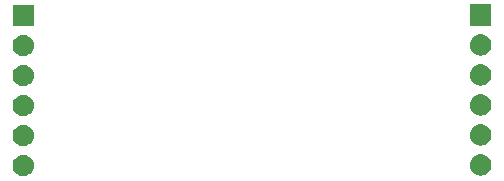
<source format=gbr>
G04 #@! TF.GenerationSoftware,KiCad,Pcbnew,(5.0.1)-3*
G04 #@! TF.CreationDate,2019-09-21T13:45:32-04:00*
G04 #@! TF.ProjectId,BMS Board Rev2,424D5320426F61726420526576322E6B,rev?*
G04 #@! TF.SameCoordinates,Original*
G04 #@! TF.FileFunction,Soldermask,Bot*
G04 #@! TF.FilePolarity,Negative*
%FSLAX46Y46*%
G04 Gerber Fmt 4.6, Leading zero omitted, Abs format (unit mm)*
G04 Created by KiCad (PCBNEW (5.0.1)-3) date 9/21/2019 1:45:32 PM*
%MOMM*%
%LPD*%
G01*
G04 APERTURE LIST*
%ADD10C,0.100000*%
G04 APERTURE END LIST*
D10*
G36*
X64005444Y-55540520D02*
X64071628Y-55547038D01*
X64184854Y-55581385D01*
X64241468Y-55598558D01*
X64310060Y-55635222D01*
X64397992Y-55682223D01*
X64433730Y-55711553D01*
X64535187Y-55794815D01*
X64609206Y-55885009D01*
X64647779Y-55932010D01*
X64647780Y-55932012D01*
X64731444Y-56088534D01*
X64731444Y-56088535D01*
X64782964Y-56258374D01*
X64800360Y-56435001D01*
X64782964Y-56611628D01*
X64748617Y-56724854D01*
X64731444Y-56781468D01*
X64672903Y-56890989D01*
X64647779Y-56937992D01*
X64618449Y-56973730D01*
X64535187Y-57075187D01*
X64433730Y-57158449D01*
X64397992Y-57187779D01*
X64397990Y-57187780D01*
X64241468Y-57271444D01*
X64184854Y-57288617D01*
X64071628Y-57322964D01*
X64005444Y-57329482D01*
X63939261Y-57336001D01*
X63850741Y-57336001D01*
X63784558Y-57329482D01*
X63718374Y-57322964D01*
X63605148Y-57288617D01*
X63548534Y-57271444D01*
X63392012Y-57187780D01*
X63392010Y-57187779D01*
X63356272Y-57158449D01*
X63254815Y-57075187D01*
X63171553Y-56973730D01*
X63142223Y-56937992D01*
X63117099Y-56890989D01*
X63058558Y-56781468D01*
X63041385Y-56724854D01*
X63007038Y-56611628D01*
X62989642Y-56435001D01*
X63007038Y-56258374D01*
X63058558Y-56088535D01*
X63058558Y-56088534D01*
X63142222Y-55932012D01*
X63142223Y-55932010D01*
X63180796Y-55885009D01*
X63254815Y-55794815D01*
X63356272Y-55711553D01*
X63392010Y-55682223D01*
X63479942Y-55635222D01*
X63548534Y-55598558D01*
X63605148Y-55581385D01*
X63718374Y-55547038D01*
X63784558Y-55540520D01*
X63850741Y-55534001D01*
X63939261Y-55534001D01*
X64005444Y-55540520D01*
X64005444Y-55540520D01*
G37*
G36*
X102726442Y-55493518D02*
X102792627Y-55500037D01*
X102905853Y-55534384D01*
X102962467Y-55551557D01*
X103050398Y-55598558D01*
X103118991Y-55635222D01*
X103154729Y-55664552D01*
X103256186Y-55747814D01*
X103339448Y-55849271D01*
X103368778Y-55885009D01*
X103368779Y-55885011D01*
X103452443Y-56041533D01*
X103452443Y-56041534D01*
X103503963Y-56211373D01*
X103521359Y-56388000D01*
X103503963Y-56564627D01*
X103489706Y-56611626D01*
X103452443Y-56734467D01*
X103427320Y-56781468D01*
X103368778Y-56890991D01*
X103339448Y-56926729D01*
X103256186Y-57028186D01*
X103154729Y-57111448D01*
X103118991Y-57140778D01*
X103118989Y-57140779D01*
X102962467Y-57224443D01*
X102905853Y-57241616D01*
X102792627Y-57275963D01*
X102726443Y-57282481D01*
X102660260Y-57289000D01*
X102571740Y-57289000D01*
X102505557Y-57282481D01*
X102439373Y-57275963D01*
X102326147Y-57241616D01*
X102269533Y-57224443D01*
X102113011Y-57140779D01*
X102113009Y-57140778D01*
X102077271Y-57111448D01*
X101975814Y-57028186D01*
X101892552Y-56926729D01*
X101863222Y-56890991D01*
X101804680Y-56781468D01*
X101779557Y-56734467D01*
X101742294Y-56611626D01*
X101728037Y-56564627D01*
X101710641Y-56388000D01*
X101728037Y-56211373D01*
X101779557Y-56041534D01*
X101779557Y-56041533D01*
X101863221Y-55885011D01*
X101863222Y-55885009D01*
X101892552Y-55849271D01*
X101975814Y-55747814D01*
X102077271Y-55664552D01*
X102113009Y-55635222D01*
X102181602Y-55598558D01*
X102269533Y-55551557D01*
X102326147Y-55534384D01*
X102439373Y-55500037D01*
X102505558Y-55493518D01*
X102571740Y-55487000D01*
X102660260Y-55487000D01*
X102726442Y-55493518D01*
X102726442Y-55493518D01*
G37*
G36*
X64005443Y-53000519D02*
X64071628Y-53007038D01*
X64184854Y-53041385D01*
X64241468Y-53058558D01*
X64310060Y-53095222D01*
X64397992Y-53142223D01*
X64433730Y-53171553D01*
X64535187Y-53254815D01*
X64609206Y-53345009D01*
X64647779Y-53392010D01*
X64647780Y-53392012D01*
X64731444Y-53548534D01*
X64731444Y-53548535D01*
X64782964Y-53718374D01*
X64800360Y-53895001D01*
X64782964Y-54071628D01*
X64748617Y-54184854D01*
X64731444Y-54241468D01*
X64672903Y-54350989D01*
X64647779Y-54397992D01*
X64618449Y-54433730D01*
X64535187Y-54535187D01*
X64433730Y-54618449D01*
X64397992Y-54647779D01*
X64397990Y-54647780D01*
X64241468Y-54731444D01*
X64184854Y-54748617D01*
X64071628Y-54782964D01*
X64005443Y-54789483D01*
X63939261Y-54796001D01*
X63850741Y-54796001D01*
X63784559Y-54789483D01*
X63718374Y-54782964D01*
X63605148Y-54748617D01*
X63548534Y-54731444D01*
X63392012Y-54647780D01*
X63392010Y-54647779D01*
X63356272Y-54618449D01*
X63254815Y-54535187D01*
X63171553Y-54433730D01*
X63142223Y-54397992D01*
X63117099Y-54350989D01*
X63058558Y-54241468D01*
X63041385Y-54184854D01*
X63007038Y-54071628D01*
X62989642Y-53895001D01*
X63007038Y-53718374D01*
X63058558Y-53548535D01*
X63058558Y-53548534D01*
X63142222Y-53392012D01*
X63142223Y-53392010D01*
X63180796Y-53345009D01*
X63254815Y-53254815D01*
X63356272Y-53171553D01*
X63392010Y-53142223D01*
X63479942Y-53095222D01*
X63548534Y-53058558D01*
X63605148Y-53041385D01*
X63718374Y-53007038D01*
X63784559Y-53000519D01*
X63850741Y-52994001D01*
X63939261Y-52994001D01*
X64005443Y-53000519D01*
X64005443Y-53000519D01*
G37*
G36*
X102726443Y-52953519D02*
X102792627Y-52960037D01*
X102905853Y-52994384D01*
X102962467Y-53011557D01*
X103050398Y-53058558D01*
X103118991Y-53095222D01*
X103154729Y-53124552D01*
X103256186Y-53207814D01*
X103339448Y-53309271D01*
X103368778Y-53345009D01*
X103368779Y-53345011D01*
X103452443Y-53501533D01*
X103452443Y-53501534D01*
X103503963Y-53671373D01*
X103521359Y-53848000D01*
X103503963Y-54024627D01*
X103489706Y-54071626D01*
X103452443Y-54194467D01*
X103427320Y-54241468D01*
X103368778Y-54350991D01*
X103339448Y-54386729D01*
X103256186Y-54488186D01*
X103154729Y-54571448D01*
X103118991Y-54600778D01*
X103118989Y-54600779D01*
X102962467Y-54684443D01*
X102905853Y-54701616D01*
X102792627Y-54735963D01*
X102726442Y-54742482D01*
X102660260Y-54749000D01*
X102571740Y-54749000D01*
X102505558Y-54742482D01*
X102439373Y-54735963D01*
X102326147Y-54701616D01*
X102269533Y-54684443D01*
X102113011Y-54600779D01*
X102113009Y-54600778D01*
X102077271Y-54571448D01*
X101975814Y-54488186D01*
X101892552Y-54386729D01*
X101863222Y-54350991D01*
X101804680Y-54241468D01*
X101779557Y-54194467D01*
X101742294Y-54071626D01*
X101728037Y-54024627D01*
X101710641Y-53848000D01*
X101728037Y-53671373D01*
X101779557Y-53501534D01*
X101779557Y-53501533D01*
X101863221Y-53345011D01*
X101863222Y-53345009D01*
X101892552Y-53309271D01*
X101975814Y-53207814D01*
X102077271Y-53124552D01*
X102113009Y-53095222D01*
X102181602Y-53058558D01*
X102269533Y-53011557D01*
X102326147Y-52994384D01*
X102439373Y-52960037D01*
X102505557Y-52953519D01*
X102571740Y-52947000D01*
X102660260Y-52947000D01*
X102726443Y-52953519D01*
X102726443Y-52953519D01*
G37*
G36*
X64005443Y-50460519D02*
X64071628Y-50467038D01*
X64184854Y-50501385D01*
X64241468Y-50518558D01*
X64310060Y-50555222D01*
X64397992Y-50602223D01*
X64433730Y-50631553D01*
X64535187Y-50714815D01*
X64609206Y-50805009D01*
X64647779Y-50852010D01*
X64647780Y-50852012D01*
X64731444Y-51008534D01*
X64731444Y-51008535D01*
X64782964Y-51178374D01*
X64800360Y-51355001D01*
X64782964Y-51531628D01*
X64748617Y-51644854D01*
X64731444Y-51701468D01*
X64672903Y-51810989D01*
X64647779Y-51857992D01*
X64618449Y-51893730D01*
X64535187Y-51995187D01*
X64433730Y-52078449D01*
X64397992Y-52107779D01*
X64397990Y-52107780D01*
X64241468Y-52191444D01*
X64184854Y-52208617D01*
X64071628Y-52242964D01*
X64005443Y-52249483D01*
X63939261Y-52256001D01*
X63850741Y-52256001D01*
X63784559Y-52249483D01*
X63718374Y-52242964D01*
X63605148Y-52208617D01*
X63548534Y-52191444D01*
X63392012Y-52107780D01*
X63392010Y-52107779D01*
X63356272Y-52078449D01*
X63254815Y-51995187D01*
X63171553Y-51893730D01*
X63142223Y-51857992D01*
X63117099Y-51810989D01*
X63058558Y-51701468D01*
X63041385Y-51644854D01*
X63007038Y-51531628D01*
X62989642Y-51355001D01*
X63007038Y-51178374D01*
X63058558Y-51008535D01*
X63058558Y-51008534D01*
X63142222Y-50852012D01*
X63142223Y-50852010D01*
X63180796Y-50805009D01*
X63254815Y-50714815D01*
X63356272Y-50631553D01*
X63392010Y-50602223D01*
X63479942Y-50555222D01*
X63548534Y-50518558D01*
X63605148Y-50501385D01*
X63718374Y-50467038D01*
X63784558Y-50460520D01*
X63850741Y-50454001D01*
X63939261Y-50454001D01*
X64005443Y-50460519D01*
X64005443Y-50460519D01*
G37*
G36*
X102726443Y-50413519D02*
X102792627Y-50420037D01*
X102905853Y-50454384D01*
X102962467Y-50471557D01*
X103050398Y-50518558D01*
X103118991Y-50555222D01*
X103154729Y-50584552D01*
X103256186Y-50667814D01*
X103339448Y-50769271D01*
X103368778Y-50805009D01*
X103368779Y-50805011D01*
X103452443Y-50961533D01*
X103452443Y-50961534D01*
X103503963Y-51131373D01*
X103521359Y-51308000D01*
X103503963Y-51484627D01*
X103489706Y-51531626D01*
X103452443Y-51654467D01*
X103427320Y-51701468D01*
X103368778Y-51810991D01*
X103339448Y-51846729D01*
X103256186Y-51948186D01*
X103154729Y-52031448D01*
X103118991Y-52060778D01*
X103118989Y-52060779D01*
X102962467Y-52144443D01*
X102905853Y-52161616D01*
X102792627Y-52195963D01*
X102726443Y-52202481D01*
X102660260Y-52209000D01*
X102571740Y-52209000D01*
X102505557Y-52202481D01*
X102439373Y-52195963D01*
X102326147Y-52161616D01*
X102269533Y-52144443D01*
X102113011Y-52060779D01*
X102113009Y-52060778D01*
X102077271Y-52031448D01*
X101975814Y-51948186D01*
X101892552Y-51846729D01*
X101863222Y-51810991D01*
X101804680Y-51701468D01*
X101779557Y-51654467D01*
X101742294Y-51531626D01*
X101728037Y-51484627D01*
X101710641Y-51308000D01*
X101728037Y-51131373D01*
X101779557Y-50961534D01*
X101779557Y-50961533D01*
X101863221Y-50805011D01*
X101863222Y-50805009D01*
X101892552Y-50769271D01*
X101975814Y-50667814D01*
X102077271Y-50584552D01*
X102113009Y-50555222D01*
X102181602Y-50518558D01*
X102269533Y-50471557D01*
X102326147Y-50454384D01*
X102439373Y-50420037D01*
X102505558Y-50413518D01*
X102571740Y-50407000D01*
X102660260Y-50407000D01*
X102726443Y-50413519D01*
X102726443Y-50413519D01*
G37*
G36*
X64005443Y-47920519D02*
X64071628Y-47927038D01*
X64184854Y-47961385D01*
X64241468Y-47978558D01*
X64310060Y-48015222D01*
X64397992Y-48062223D01*
X64433730Y-48091553D01*
X64535187Y-48174815D01*
X64609206Y-48265009D01*
X64647779Y-48312010D01*
X64647780Y-48312012D01*
X64731444Y-48468534D01*
X64731444Y-48468535D01*
X64782964Y-48638374D01*
X64800360Y-48815001D01*
X64782964Y-48991628D01*
X64748617Y-49104854D01*
X64731444Y-49161468D01*
X64672903Y-49270989D01*
X64647779Y-49317992D01*
X64618449Y-49353730D01*
X64535187Y-49455187D01*
X64433730Y-49538449D01*
X64397992Y-49567779D01*
X64397990Y-49567780D01*
X64241468Y-49651444D01*
X64184854Y-49668617D01*
X64071628Y-49702964D01*
X64005444Y-49709482D01*
X63939261Y-49716001D01*
X63850741Y-49716001D01*
X63784559Y-49709483D01*
X63718374Y-49702964D01*
X63605148Y-49668617D01*
X63548534Y-49651444D01*
X63392012Y-49567780D01*
X63392010Y-49567779D01*
X63356272Y-49538449D01*
X63254815Y-49455187D01*
X63171553Y-49353730D01*
X63142223Y-49317992D01*
X63117099Y-49270989D01*
X63058558Y-49161468D01*
X63041385Y-49104854D01*
X63007038Y-48991628D01*
X62989642Y-48815001D01*
X63007038Y-48638374D01*
X63058558Y-48468535D01*
X63058558Y-48468534D01*
X63142222Y-48312012D01*
X63142223Y-48312010D01*
X63180796Y-48265009D01*
X63254815Y-48174815D01*
X63356272Y-48091553D01*
X63392010Y-48062223D01*
X63479942Y-48015222D01*
X63548534Y-47978558D01*
X63605148Y-47961385D01*
X63718374Y-47927038D01*
X63784559Y-47920519D01*
X63850741Y-47914001D01*
X63939261Y-47914001D01*
X64005443Y-47920519D01*
X64005443Y-47920519D01*
G37*
G36*
X102726442Y-47873518D02*
X102792627Y-47880037D01*
X102905853Y-47914384D01*
X102962467Y-47931557D01*
X103050398Y-47978558D01*
X103118991Y-48015222D01*
X103154729Y-48044552D01*
X103256186Y-48127814D01*
X103339448Y-48229271D01*
X103368778Y-48265009D01*
X103368779Y-48265011D01*
X103452443Y-48421533D01*
X103452443Y-48421534D01*
X103503963Y-48591373D01*
X103521359Y-48768000D01*
X103503963Y-48944627D01*
X103489706Y-48991626D01*
X103452443Y-49114467D01*
X103427320Y-49161468D01*
X103368778Y-49270991D01*
X103339448Y-49306729D01*
X103256186Y-49408186D01*
X103154729Y-49491448D01*
X103118991Y-49520778D01*
X103118989Y-49520779D01*
X102962467Y-49604443D01*
X102905853Y-49621616D01*
X102792627Y-49655963D01*
X102726442Y-49662482D01*
X102660260Y-49669000D01*
X102571740Y-49669000D01*
X102505558Y-49662482D01*
X102439373Y-49655963D01*
X102326147Y-49621616D01*
X102269533Y-49604443D01*
X102113011Y-49520779D01*
X102113009Y-49520778D01*
X102077271Y-49491448D01*
X101975814Y-49408186D01*
X101892552Y-49306729D01*
X101863222Y-49270991D01*
X101804680Y-49161468D01*
X101779557Y-49114467D01*
X101742294Y-48991626D01*
X101728037Y-48944627D01*
X101710641Y-48768000D01*
X101728037Y-48591373D01*
X101779557Y-48421534D01*
X101779557Y-48421533D01*
X101863221Y-48265011D01*
X101863222Y-48265009D01*
X101892552Y-48229271D01*
X101975814Y-48127814D01*
X102077271Y-48044552D01*
X102113009Y-48015222D01*
X102181602Y-47978558D01*
X102269533Y-47931557D01*
X102326147Y-47914384D01*
X102439373Y-47880037D01*
X102505558Y-47873518D01*
X102571740Y-47867000D01*
X102660260Y-47867000D01*
X102726442Y-47873518D01*
X102726442Y-47873518D01*
G37*
G36*
X64005443Y-45380519D02*
X64071628Y-45387038D01*
X64184854Y-45421385D01*
X64241468Y-45438558D01*
X64310060Y-45475222D01*
X64397992Y-45522223D01*
X64433730Y-45551553D01*
X64535187Y-45634815D01*
X64609206Y-45725009D01*
X64647779Y-45772010D01*
X64647780Y-45772012D01*
X64731444Y-45928534D01*
X64731444Y-45928535D01*
X64782964Y-46098374D01*
X64800360Y-46275001D01*
X64782964Y-46451628D01*
X64748617Y-46564854D01*
X64731444Y-46621468D01*
X64672903Y-46730989D01*
X64647779Y-46777992D01*
X64618449Y-46813730D01*
X64535187Y-46915187D01*
X64433730Y-46998449D01*
X64397992Y-47027779D01*
X64397990Y-47027780D01*
X64241468Y-47111444D01*
X64184854Y-47128617D01*
X64071628Y-47162964D01*
X64005444Y-47169482D01*
X63939261Y-47176001D01*
X63850741Y-47176001D01*
X63784559Y-47169483D01*
X63718374Y-47162964D01*
X63605148Y-47128617D01*
X63548534Y-47111444D01*
X63392012Y-47027780D01*
X63392010Y-47027779D01*
X63356272Y-46998449D01*
X63254815Y-46915187D01*
X63171553Y-46813730D01*
X63142223Y-46777992D01*
X63117099Y-46730989D01*
X63058558Y-46621468D01*
X63041385Y-46564854D01*
X63007038Y-46451628D01*
X62989642Y-46275001D01*
X63007038Y-46098374D01*
X63058558Y-45928535D01*
X63058558Y-45928534D01*
X63142222Y-45772012D01*
X63142223Y-45772010D01*
X63180796Y-45725009D01*
X63254815Y-45634815D01*
X63356272Y-45551553D01*
X63392010Y-45522223D01*
X63479942Y-45475222D01*
X63548534Y-45438558D01*
X63605148Y-45421385D01*
X63718374Y-45387038D01*
X63784559Y-45380519D01*
X63850741Y-45374001D01*
X63939261Y-45374001D01*
X64005443Y-45380519D01*
X64005443Y-45380519D01*
G37*
G36*
X102726442Y-45333518D02*
X102792627Y-45340037D01*
X102905853Y-45374384D01*
X102962467Y-45391557D01*
X103050398Y-45438558D01*
X103118991Y-45475222D01*
X103154729Y-45504552D01*
X103256186Y-45587814D01*
X103339448Y-45689271D01*
X103368778Y-45725009D01*
X103368779Y-45725011D01*
X103452443Y-45881533D01*
X103452443Y-45881534D01*
X103503963Y-46051373D01*
X103521359Y-46228000D01*
X103503963Y-46404627D01*
X103489706Y-46451626D01*
X103452443Y-46574467D01*
X103427320Y-46621468D01*
X103368778Y-46730991D01*
X103339448Y-46766729D01*
X103256186Y-46868186D01*
X103154729Y-46951448D01*
X103118991Y-46980778D01*
X103118989Y-46980779D01*
X102962467Y-47064443D01*
X102905853Y-47081616D01*
X102792627Y-47115963D01*
X102726442Y-47122482D01*
X102660260Y-47129000D01*
X102571740Y-47129000D01*
X102505558Y-47122482D01*
X102439373Y-47115963D01*
X102326147Y-47081616D01*
X102269533Y-47064443D01*
X102113011Y-46980779D01*
X102113009Y-46980778D01*
X102077271Y-46951448D01*
X101975814Y-46868186D01*
X101892552Y-46766729D01*
X101863222Y-46730991D01*
X101804680Y-46621468D01*
X101779557Y-46574467D01*
X101742294Y-46451626D01*
X101728037Y-46404627D01*
X101710641Y-46228000D01*
X101728037Y-46051373D01*
X101779557Y-45881534D01*
X101779557Y-45881533D01*
X101863221Y-45725011D01*
X101863222Y-45725009D01*
X101892552Y-45689271D01*
X101975814Y-45587814D01*
X102077271Y-45504552D01*
X102113009Y-45475222D01*
X102181602Y-45438558D01*
X102269533Y-45391557D01*
X102326147Y-45374384D01*
X102439373Y-45340037D01*
X102505557Y-45333519D01*
X102571740Y-45327000D01*
X102660260Y-45327000D01*
X102726442Y-45333518D01*
X102726442Y-45333518D01*
G37*
G36*
X64796001Y-44636001D02*
X62994001Y-44636001D01*
X62994001Y-42834001D01*
X64796001Y-42834001D01*
X64796001Y-44636001D01*
X64796001Y-44636001D01*
G37*
G36*
X103517000Y-44589000D02*
X101715000Y-44589000D01*
X101715000Y-42787000D01*
X103517000Y-42787000D01*
X103517000Y-44589000D01*
X103517000Y-44589000D01*
G37*
M02*

</source>
